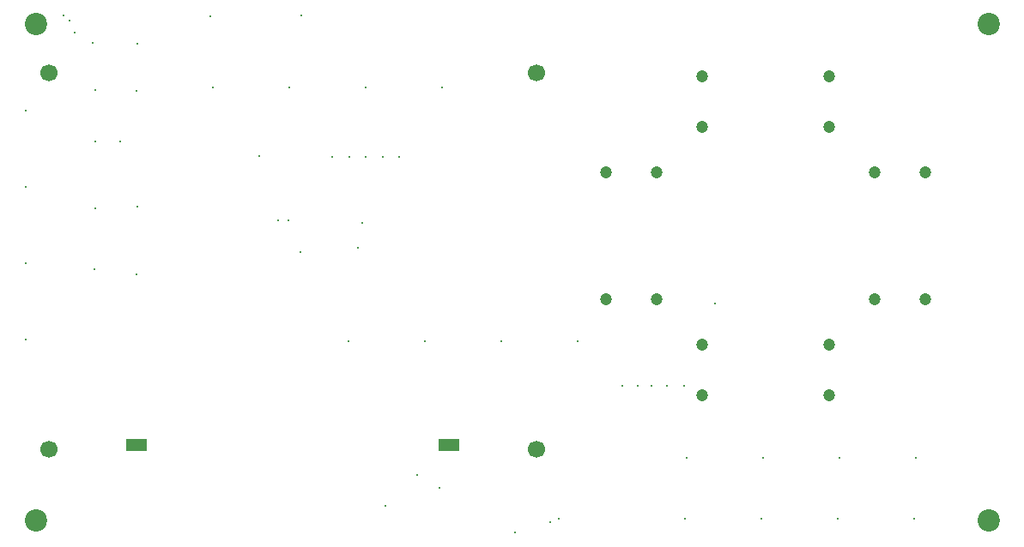
<source format=gbr>
%TF.GenerationSoftware,Altium Limited,Altium Designer,22.5.1 (42)*%
G04 Layer_Color=0*
%FSLAX45Y45*%
%MOMM*%
%TF.SameCoordinates,ADDB7551-072C-4BAF-947E-D85C9ED3ECA7*%
%TF.FilePolarity,Positive*%
%TF.FileFunction,Plated,1,2,PTH,Drill*%
%TF.Part,Single*%
G01*
G75*
%TA.AperFunction,ComponentDrill*%
%ADD60R,2.10000X1.20000*%
%ADD61C,1.70000*%
%ADD62C,1.19990*%
%ADD63C,1.19990*%
%TA.AperFunction,OtherDrill,Pad Free-1 (3mm,3mm)*%
%ADD64C,2.20000*%
%TA.AperFunction,OtherDrill,Pad Free-1 (97mm,3mm)*%
%ADD65C,2.20000*%
%TA.AperFunction,OtherDrill,Pad Free-1 (97mm,52mm)*%
%ADD66C,2.20000*%
%TA.AperFunction,OtherDrill,Pad Free-1 (3mm,52mm)*%
%ADD67C,2.20000*%
%TA.AperFunction,ViaDrill,NotFilled*%
%ADD68C,0.30000*%
%ADD69C,0.20000*%
D60*
X4376700Y1037737D02*
D03*
X1296700D02*
D03*
D61*
X5241700Y1002737D02*
D03*
Y4712737D02*
D03*
X431700Y1002737D02*
D03*
Y4712737D02*
D03*
D62*
X6874600Y2030600D02*
D03*
Y1530600D02*
D03*
X8124600D02*
D03*
Y2030600D02*
D03*
X6874600Y4680600D02*
D03*
Y4180600D02*
D03*
X8124600D02*
D03*
Y4680600D02*
D03*
D63*
X5924600Y2480600D02*
D03*
X6424600D02*
D03*
Y3730600D02*
D03*
X5924600D02*
D03*
X8574600Y2480600D02*
D03*
X9074600D02*
D03*
Y3730600D02*
D03*
X8574600D02*
D03*
D64*
X300000Y300000D02*
D03*
D65*
X9700000D02*
D03*
D66*
Y5200000D02*
D03*
D67*
X300000D02*
D03*
D68*
X203200Y2087034D02*
D03*
Y2840567D02*
D03*
Y3594100D02*
D03*
Y4347633D02*
D03*
X2048934Y4572000D02*
D03*
X2802467D02*
D03*
X3556000D02*
D03*
X4309533D02*
D03*
X3382434Y2070100D02*
D03*
X4135967D02*
D03*
X4889500D02*
D03*
X5643033D02*
D03*
X6722534Y914400D02*
D03*
X7476067D02*
D03*
X8229600D02*
D03*
X8983133D02*
D03*
X8962721Y314032D02*
D03*
X8209188D02*
D03*
X7455654D02*
D03*
X6702121D02*
D03*
X6997700Y2438400D02*
D03*
X5372100Y279400D02*
D03*
X5029200Y177800D02*
D03*
X6527800Y1625600D02*
D03*
X6235700D02*
D03*
X6375400D02*
D03*
X6083300D02*
D03*
X6692900D02*
D03*
X4279900Y622300D02*
D03*
X2692400Y3263900D02*
D03*
X2794000D02*
D03*
X3478309Y2985991D02*
D03*
X3886200Y3886200D02*
D03*
X3390900D02*
D03*
X3225800D02*
D03*
X2908300Y2946400D02*
D03*
X3517900Y3238500D02*
D03*
X3721100Y3886200D02*
D03*
X3556000D02*
D03*
X2501900Y3898900D02*
D03*
D69*
X1133093Y4035807D02*
D03*
X1301099Y5006851D02*
D03*
X1305307Y3393693D02*
D03*
X4064000Y749300D02*
D03*
X5461000Y317500D02*
D03*
X1295400Y2730500D02*
D03*
X863600Y5016500D02*
D03*
X1292607Y4536693D02*
D03*
X889000Y4546600D02*
D03*
X3746500Y444500D02*
D03*
X876300Y2781300D02*
D03*
X2022204Y5278585D02*
D03*
X2921000Y5283200D02*
D03*
X889000Y3378200D02*
D03*
Y4038600D02*
D03*
X685800Y5118100D02*
D03*
X635000Y5232400D02*
D03*
X571500Y5283200D02*
D03*
%TF.MD5,ff908a01230b3803f2ebeb2a8e90b1a6*%
M02*

</source>
